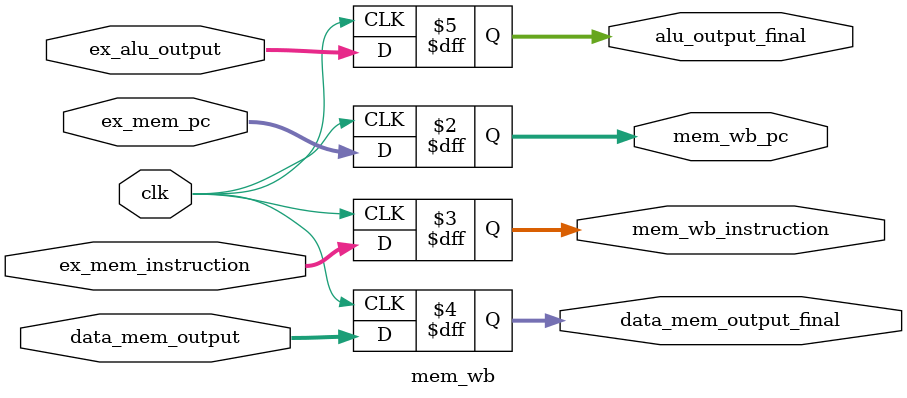
<source format=sv>
module mem_wb (output logic [31:0] mem_wb_pc, mem_wb_instruction,
						output logic [31:0] data_mem_output_final, 
						output logic [31:0] alu_output_final, 
						input logic [31:0] ex_mem_pc, ex_mem_instruction, 
						input logic [31:0] data_mem_output,
						input logic [31:0] ex_alu_output,
						input clk);
	
		always_ff @(posedge clk) begin 
			mem_wb_pc <= ex_mem_pc;  
			mem_wb_instruction <= ex_mem_instruction; // instruction 
			data_mem_output_final <= data_mem_output; 
			alu_output_final <= ex_alu_output; 
		end 

endmodule 
</source>
